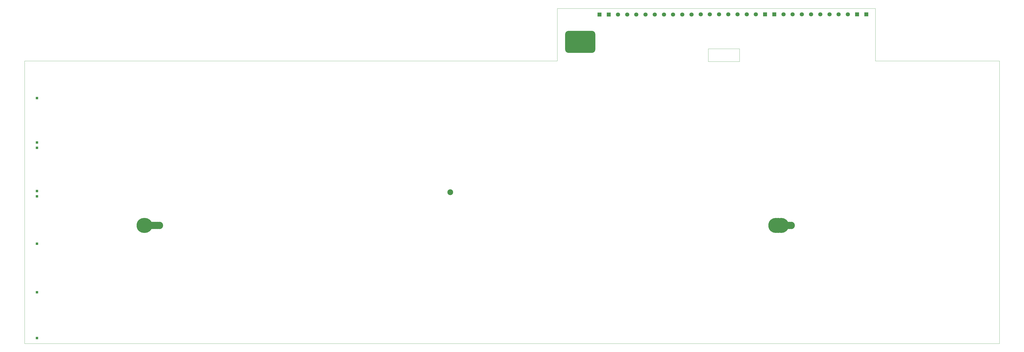
<source format=gts>
%TF.GenerationSoftware,KiCad,Pcbnew,7.0.7*%
%TF.CreationDate,2023-10-06T16:16:01-07:00*%
%TF.ProjectId,XTay,58546179-2e6b-4696-9361-645f70636258,rev?*%
%TF.SameCoordinates,Original*%
%TF.FileFunction,Soldermask,Top*%
%TF.FilePolarity,Negative*%
%FSLAX46Y46*%
G04 Gerber Fmt 4.6, Leading zero omitted, Abs format (unit mm)*
G04 Created by KiCad (PCBNEW 7.0.7) date 2023-10-06 16:16:01*
%MOMM*%
%LPD*%
G01*
G04 APERTURE LIST*
G04 Aperture macros list*
%AMRoundRect*
0 Rectangle with rounded corners*
0 $1 Rounding radius*
0 $2 $3 $4 $5 $6 $7 $8 $9 X,Y pos of 4 corners*
0 Add a 4 corners polygon primitive as box body*
4,1,4,$2,$3,$4,$5,$6,$7,$8,$9,$2,$3,0*
0 Add four circle primitives for the rounded corners*
1,1,$1+$1,$2,$3*
1,1,$1+$1,$4,$5*
1,1,$1+$1,$6,$7*
1,1,$1+$1,$8,$9*
0 Add four rect primitives between the rounded corners*
20,1,$1+$1,$2,$3,$4,$5,0*
20,1,$1+$1,$4,$5,$6,$7,0*
20,1,$1+$1,$6,$7,$8,$9,0*
20,1,$1+$1,$8,$9,$2,$3,0*%
G04 Aperture macros list end*
%ADD10C,6.500000*%
%ADD11C,3.160000*%
%ADD12RoundRect,1.500000X-5.000000X-3.250000X5.000000X-3.250000X5.000000X3.250000X-5.000000X3.250000X0*%
%ADD13R,1.000000X1.000000*%
%ADD14R,1.800000X1.800000*%
%ADD15C,1.800000*%
%ADD16C,2.500000*%
%TA.AperFunction,Profile*%
%ADD17C,0.100000*%
%TD*%
G04 APERTURE END LIST*
D10*
%TO.C,H4*%
X67100000Y-173640000D03*
X67354000Y-173640000D03*
D11*
X69782000Y-173640000D03*
X70610000Y-173640000D03*
X71362000Y-173640000D03*
X72190000Y-173640000D03*
X72942000Y-173640000D03*
X73770000Y-173640000D03*
%TD*%
D12*
%TO.C,H1*%
X254910000Y-94590000D03*
%TD*%
D13*
%TO.C,TP8*%
X21000000Y-118770000D03*
%TD*%
%TO.C,TP1*%
X21000000Y-222130000D03*
%TD*%
D10*
%TO.C,H5*%
X339140000Y-173640000D03*
X340156000Y-173640000D03*
X341426000Y-173640000D03*
D11*
X341822000Y-173640000D03*
X342650000Y-173640000D03*
X343402000Y-173640000D03*
X344230000Y-173640000D03*
X344982000Y-173640000D03*
X345810000Y-173640000D03*
%TD*%
D13*
%TO.C,TP7*%
X21000000Y-137900000D03*
%TD*%
%TO.C,TP5*%
X21000000Y-158860000D03*
%TD*%
%TO.C,TP6*%
X21000000Y-140170000D03*
%TD*%
D14*
%TO.C,J1*%
X378090000Y-82725000D03*
X374130000Y-82725000D03*
D15*
X370170000Y-82725000D03*
X366210000Y-82725000D03*
X362250000Y-82725000D03*
X358290000Y-82725000D03*
X354330000Y-82725000D03*
X350370000Y-82725000D03*
X346410000Y-82725000D03*
X342450000Y-82725000D03*
D14*
X338490000Y-82725000D03*
X334530000Y-82725000D03*
D15*
X330570000Y-82725000D03*
X326610000Y-82725000D03*
X322650000Y-82725000D03*
X318690000Y-82725000D03*
X314730000Y-82725000D03*
X310770000Y-82725000D03*
X306810000Y-82725000D03*
X302850000Y-82755000D03*
X298890000Y-82755000D03*
X294930000Y-82755000D03*
X290970000Y-82755000D03*
X287010000Y-82755000D03*
X283050000Y-82755000D03*
X279090000Y-82755000D03*
X275130000Y-82755000D03*
X271170000Y-82755000D03*
D14*
X267210000Y-82755000D03*
X263250000Y-82755000D03*
%TD*%
D13*
%TO.C,TP4*%
X21000000Y-161090000D03*
%TD*%
%TO.C,TP2*%
X21000000Y-202440000D03*
%TD*%
%TO.C,TP3*%
X21000000Y-181540000D03*
%TD*%
D16*
%TO.C,H2*%
X198935000Y-159290000D03*
%TD*%
D17*
X15630000Y-102730000D02*
X15630000Y-224500000D01*
X382000000Y-102730000D02*
X382000000Y-80200000D01*
X15630000Y-102730000D02*
X245000000Y-102730000D01*
X245000000Y-80200000D02*
X382000000Y-80200000D01*
X435460000Y-102730000D02*
X382000000Y-102730000D01*
X245000000Y-102730000D02*
X245000000Y-80200000D01*
X435460000Y-102730000D02*
X435460000Y-224500000D01*
X310010000Y-97500000D02*
X323500000Y-97500000D01*
X323500000Y-103000000D01*
X310010000Y-103000000D01*
X310010000Y-97500000D01*
X15630000Y-224500000D02*
X435460000Y-224500000D01*
M02*

</source>
